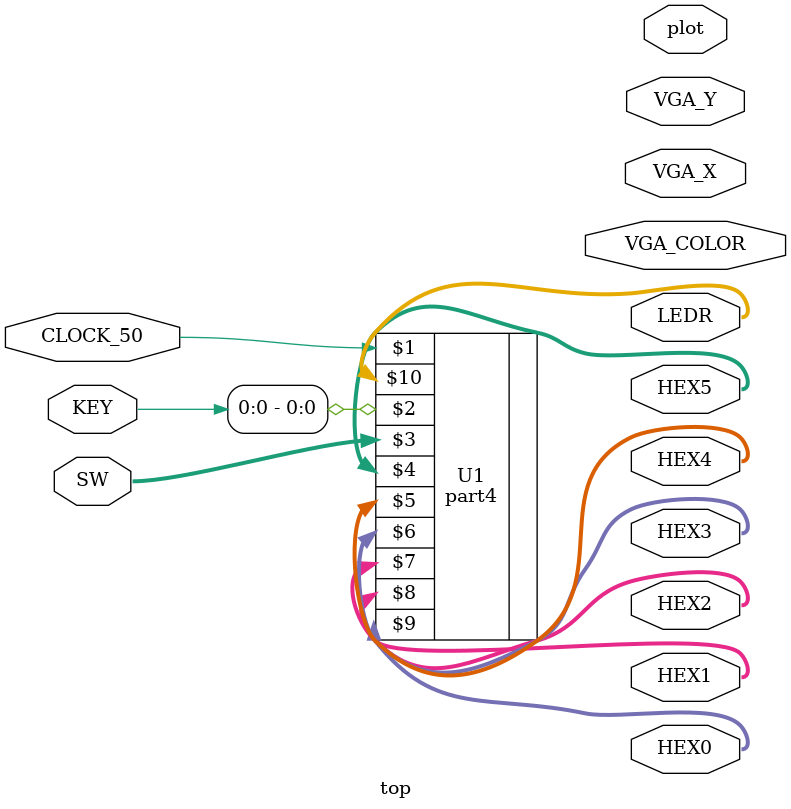
<source format=v>
module top (CLOCK_50, SW, KEY, HEX0, HEX1, HEX2, HEX3, HEX4, HEX5, LEDR, VGA_X, VGA_Y, VGA_COLOR, plot);

    input CLOCK_50;             // DE-series 50 MHz clock signal
    input wire [9:0] SW;        // DE-series switches
    input wire [3:0] KEY;       // DE-series pushbuttons

    output wire [6:0] HEX0;     // DE-series HEX displays
    output wire [6:0] HEX1;
    output wire [6:0] HEX2;
    output wire [6:0] HEX3;
    output wire [6:0] HEX4;
    output wire [6:0] HEX5;

    output wire [9:0] LEDR;     // DE-series LEDs   
    output wire [7:0] VGA_X;
    output wire [6:0] VGA_Y;
    output wire [2:0] VGA_COLOR;
    output wire plot;

    part4 U1 (CLOCK_50, KEY[0], SW, HEX5, HEX4, HEX3, HEX2, HEX1, HEX0, LEDR);

endmodule


</source>
